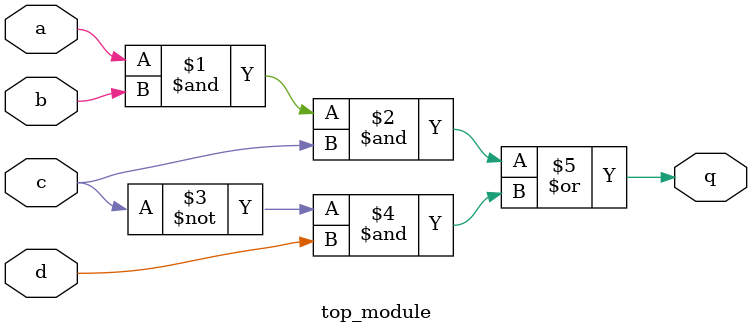
<source format=sv>
module top_module (
	input a, 
	input b, 
	input c, 
	input d,
	output q
);
	
	assign q = (a & b & c) | (~c & d);
	
endmodule

</source>
